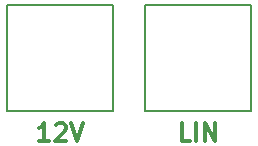
<source format=gbr>
G04 #@! TF.FileFunction,Legend,Top*
%FSLAX46Y46*%
G04 Gerber Fmt 4.6, Leading zero omitted, Abs format (unit mm)*
G04 Created by KiCad (PCBNEW 4.0.7-e2-6376~58~ubuntu16.04.1) date Tue Oct 24 22:26:34 2017*
%MOMM*%
%LPD*%
G01*
G04 APERTURE LIST*
%ADD10C,0.100000*%
%ADD11C,0.300000*%
%ADD12C,0.150000*%
G04 APERTURE END LIST*
D10*
D11*
X16593429Y5798429D02*
X15879143Y5798429D01*
X15879143Y7298429D01*
X17093429Y5798429D02*
X17093429Y7298429D01*
X17807715Y5798429D02*
X17807715Y7298429D01*
X18664858Y5798429D01*
X18664858Y7298429D01*
X4659429Y5798429D02*
X3802286Y5798429D01*
X4230858Y5798429D02*
X4230858Y7298429D01*
X4088001Y7084143D01*
X3945143Y6941286D01*
X3802286Y6869857D01*
X5230857Y7155571D02*
X5302286Y7227000D01*
X5445143Y7298429D01*
X5802286Y7298429D01*
X5945143Y7227000D01*
X6016572Y7155571D01*
X6088000Y7012714D01*
X6088000Y6869857D01*
X6016572Y6655571D01*
X5159429Y5798429D01*
X6088000Y5798429D01*
X6516571Y7298429D02*
X7016571Y5798429D01*
X7516571Y7298429D01*
D12*
X10088000Y17327000D02*
X10088000Y8327000D01*
X1088000Y17327000D02*
X10088000Y17327000D01*
X1088000Y8327000D02*
X1088000Y17327000D01*
X10088000Y8327000D02*
X1088000Y8327000D01*
X21772000Y17327000D02*
X21772000Y8327000D01*
X12772000Y17327000D02*
X21772000Y17327000D01*
X12772000Y8327000D02*
X12772000Y17327000D01*
X21772000Y8327000D02*
X12772000Y8327000D01*
M02*

</source>
